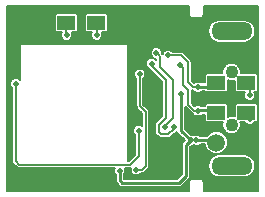
<source format=gtl>
G04 #@! TF.FileFunction,Copper,L1,Top,Signal*
%FSLAX46Y46*%
G04 Gerber Fmt 4.6, Leading zero omitted, Abs format (unit mm)*
G04 Created by KiCad (PCBNEW 4.0.2+dfsg1-stable) date Do 15 Jun 2017 09:10:39 CEST*
%MOMM*%
G01*
G04 APERTURE LIST*
%ADD10C,0.150000*%
%ADD11C,1.500000*%
%ADD12O,3.500120X1.501140*%
%ADD13C,1.099820*%
%ADD14R,1.500000X1.200000*%
%ADD15C,0.500000*%
%ADD16C,0.254000*%
G04 APERTURE END LIST*
D10*
D11*
X5700000Y-3753500D03*
D12*
X6999600Y5683770D03*
X6999600Y-5715750D03*
D13*
X6999600Y-2266430D03*
X6999600Y2234450D03*
D14*
X8240000Y1326500D03*
X8240000Y-1213500D03*
X5700000Y1326500D03*
X5700000Y-1213500D03*
X5700000Y3866500D03*
X-9540000Y6406500D03*
X-7000000Y6406500D03*
X-4460000Y6406500D03*
D15*
X2025000Y-6353500D03*
X-2775000Y7546500D03*
X-6875000Y-7053500D03*
X325000Y-3553500D03*
X4125000Y3446500D03*
X2125000Y6746500D03*
X425000Y1846500D03*
X725000Y-153500D03*
X3525000Y-3553500D03*
X2725000Y346500D03*
X-2475000Y-6153500D03*
X4025000Y-3553500D03*
X8525000Y246500D03*
X8525000Y-1753500D03*
X1625000Y3646500D03*
X4125000Y946500D03*
X2625000Y2846500D03*
X4125000Y-1053500D03*
X-775000Y2046500D03*
X-1075000Y-6053500D03*
X-6975000Y5346500D03*
X-4425000Y5346500D03*
X625000Y3846500D03*
X1325000Y-2453500D03*
X2125000Y-2453500D03*
X225000Y2946500D03*
X-11275000Y1246500D03*
X-875000Y-2753500D03*
D10*
X-9540000Y6406500D02*
X-9540000Y7331500D01*
X-9540000Y7331500D02*
X-9225000Y7646500D01*
D16*
X675000Y-3903500D02*
X325000Y-3553500D01*
X675000Y-5003500D02*
X675000Y-3903500D01*
X2025000Y-6353500D02*
X675000Y-5003500D01*
X-9225000Y7646500D02*
X-2875000Y7646500D01*
X-2875000Y7646500D02*
X-2775000Y7546500D01*
X225000Y6746500D02*
X-1975000Y6746500D01*
X-1975000Y6746500D02*
X-2775000Y7546500D01*
X425000Y1846500D02*
X325000Y1846500D01*
X325000Y1846500D02*
X-675000Y2846500D01*
X25000Y6746500D02*
X225000Y6746500D01*
X225000Y6746500D02*
X2125000Y6746500D01*
X-675000Y6046500D02*
X25000Y6746500D01*
X-675000Y2846500D02*
X-675000Y6046500D01*
X325000Y-3553500D02*
X325000Y-553500D01*
X325000Y-553500D02*
X425000Y-453500D01*
X425000Y-453500D02*
X425000Y1846500D01*
X325000Y-3553500D02*
X325000Y-3653500D01*
X5175000Y3484130D02*
X4162630Y3484130D01*
X4162630Y3484130D02*
X4125000Y3446500D01*
D10*
X1575000Y6196500D02*
X2125000Y6746500D01*
X3525000Y-3553500D02*
X4025000Y-3553500D01*
D16*
X2725000Y346500D02*
X2725000Y-2753500D01*
X2725000Y-2753500D02*
X3525000Y-3553500D01*
X3125000Y-3953500D02*
X3525000Y-3553500D01*
X-2475000Y-6153500D02*
X-2475000Y-6953500D01*
X-2475000Y-6953500D02*
X-2275000Y-7153500D01*
X-2275000Y-7153500D02*
X2525000Y-7153500D01*
X2525000Y-7153500D02*
X3125000Y-6553500D01*
X3125000Y-6553500D02*
X3125000Y-3953500D01*
X5175000Y-3516110D02*
X4062390Y-3516110D01*
X4062390Y-3516110D02*
X4025000Y-3553500D01*
D10*
X8525000Y246500D02*
X8525000Y946500D01*
X8525000Y-1753500D02*
X8525000Y-1053500D01*
X4125000Y946500D02*
X3725000Y946500D01*
X2725000Y3646500D02*
X1625000Y3646500D01*
X3325000Y3046500D02*
X2725000Y3646500D01*
X3325000Y1346500D02*
X3325000Y3046500D01*
X3725000Y946500D02*
X3325000Y1346500D01*
D16*
X5175000Y1000010D02*
X4178510Y1000010D01*
X4178510Y1000010D02*
X4125000Y946500D01*
D10*
X4125000Y-1053500D02*
X3825000Y-1053500D01*
X2925000Y2546500D02*
X2625000Y2846500D01*
X2925000Y1146500D02*
X2925000Y2546500D01*
X3325000Y746500D02*
X2925000Y1146500D01*
X3325000Y-553500D02*
X3325000Y746500D01*
X3825000Y-1053500D02*
X3325000Y-553500D01*
D16*
X5175000Y-1016750D02*
X4161750Y-1016750D01*
X4161750Y-1016750D02*
X4125000Y-1053500D01*
D10*
X-1075000Y-6053500D02*
X-575000Y-6053500D01*
X-275000Y-5753500D02*
X-275000Y-3153500D01*
X-575000Y-6053500D02*
X-275000Y-5753500D01*
X-275000Y-3153500D02*
X-275000Y-1153500D01*
X-775000Y-653500D02*
X-275000Y-1153500D01*
X-775000Y2046500D02*
X-775000Y-653500D01*
X-7000000Y5371500D02*
X-7000000Y6406500D01*
X-6975000Y5346500D02*
X-7000000Y5371500D01*
X-4425000Y6371500D02*
X-4425000Y5346500D01*
X-4425000Y6371500D02*
X-4460000Y6406500D01*
X1325000Y-2453500D02*
X1325000Y-2353500D01*
X1325000Y2246500D02*
X925000Y2646500D01*
X925000Y2646500D02*
X925000Y3546500D01*
X925000Y3546500D02*
X625000Y3846500D01*
X2025000Y1546500D02*
X1325000Y2246500D01*
X2025000Y-1653500D02*
X2025000Y1546500D01*
X1325000Y-2353500D02*
X2025000Y-1653500D01*
X825000Y-2853500D02*
X825000Y-2253500D01*
X2125000Y-2553500D02*
X1625000Y-3053500D01*
X1625000Y-3053500D02*
X1025000Y-3053500D01*
X1025000Y-3053500D02*
X825000Y-2853500D01*
X2125000Y-2453500D02*
X2125000Y-2553500D01*
X925000Y-2153500D02*
X1424998Y-1653502D01*
X1424998Y-1653502D02*
X1424998Y1546502D01*
X1424998Y1546502D02*
X225000Y2746500D01*
X225000Y2746500D02*
X225000Y2946500D01*
X825000Y-2253500D02*
X925000Y-2153500D01*
X-3175000Y-5603500D02*
X-10975000Y-5603500D01*
X-10975000Y-5603500D02*
X-11275000Y-5303500D01*
X-875000Y-4903500D02*
X-875000Y-2753500D01*
X-1575000Y-5603500D02*
X-875000Y-4903500D01*
X-3175000Y-5603500D02*
X-1575000Y-5603500D01*
X-11275000Y-5303500D02*
X-11275000Y1246500D01*
G36*
X3375470Y7096500D02*
X3396367Y6991442D01*
X3455878Y6902378D01*
X3544942Y6842867D01*
X3650000Y6821970D01*
X4350000Y6821970D01*
X4455058Y6842867D01*
X4544122Y6902378D01*
X4603633Y6991442D01*
X4624530Y7096500D01*
X4624530Y7846970D01*
X9225070Y7846970D01*
X9225070Y-7878970D01*
X4624530Y-7878970D01*
X4624530Y-7103500D01*
X4603633Y-6998442D01*
X4544122Y-6909378D01*
X4455058Y-6849867D01*
X4350000Y-6828970D01*
X3650000Y-6828970D01*
X3544942Y-6849867D01*
X3455878Y-6909378D01*
X3396367Y-6998442D01*
X3375470Y-7103500D01*
X3375470Y-7878970D01*
X-12000470Y-7878970D01*
X-12000470Y1152431D01*
X-11750082Y1152431D01*
X-11677920Y977786D01*
X-11575000Y874686D01*
X-11575000Y-5303500D01*
X-11552164Y-5418305D01*
X-11487132Y-5515632D01*
X-11187132Y-5815632D01*
X-11089805Y-5880664D01*
X-10975000Y-5903500D01*
X-2885514Y-5903500D01*
X-2949918Y-6058602D01*
X-2950082Y-6247569D01*
X-2877920Y-6422214D01*
X-2827000Y-6473223D01*
X-2827000Y-6953495D01*
X-2827001Y-6953500D01*
X-2800206Y-7088205D01*
X-2723902Y-7202402D01*
X-2523904Y-7402399D01*
X-2523902Y-7402402D01*
X-2409705Y-7478706D01*
X-2387356Y-7483152D01*
X-2275000Y-7505501D01*
X-2274995Y-7505500D01*
X2524995Y-7505500D01*
X2525000Y-7505501D01*
X2659705Y-7478706D01*
X2773902Y-7402402D01*
X3373899Y-6802404D01*
X3373902Y-6802402D01*
X3450206Y-6688205D01*
X3477000Y-6553500D01*
X3477000Y-5715750D01*
X4985846Y-5715750D01*
X5060107Y-6089084D01*
X5271584Y-6405582D01*
X5588082Y-6617059D01*
X5961416Y-6691320D01*
X8037784Y-6691320D01*
X8411118Y-6617059D01*
X8727616Y-6405582D01*
X8939093Y-6089084D01*
X9013354Y-5715750D01*
X8939093Y-5342416D01*
X8727616Y-5025918D01*
X8411118Y-4814441D01*
X8037784Y-4740180D01*
X5961416Y-4740180D01*
X5588082Y-4814441D01*
X5271584Y-5025918D01*
X5060107Y-5342416D01*
X4985846Y-5715750D01*
X3477000Y-5715750D01*
X3477000Y-4099304D01*
X3547783Y-4028520D01*
X3619069Y-4028582D01*
X3775168Y-3964083D01*
X3930102Y-4028418D01*
X4119069Y-4028582D01*
X4293714Y-3956420D01*
X4382179Y-3868110D01*
X4724900Y-3868110D01*
X4724831Y-3946589D01*
X4872954Y-4305071D01*
X5146986Y-4579582D01*
X5505210Y-4728330D01*
X5893089Y-4728669D01*
X6251571Y-4580546D01*
X6526082Y-4306514D01*
X6674830Y-3948290D01*
X6675169Y-3560411D01*
X6527046Y-3201929D01*
X6253014Y-2927418D01*
X5894790Y-2778670D01*
X5506911Y-2778331D01*
X5148429Y-2926454D01*
X4910358Y-3164110D01*
X4307455Y-3164110D01*
X4294417Y-3151049D01*
X4119898Y-3078582D01*
X3930931Y-3078418D01*
X3774832Y-3142917D01*
X3619898Y-3078582D01*
X3547823Y-3078519D01*
X3077000Y-2607696D01*
X3077000Y-711952D01*
X3112868Y-765632D01*
X3612868Y-1265632D01*
X3710195Y-1330664D01*
X3735550Y-1335707D01*
X3855583Y-1455951D01*
X4030102Y-1528418D01*
X4219069Y-1528582D01*
X4393714Y-1456420D01*
X4481538Y-1368750D01*
X4720592Y-1368750D01*
X4720592Y-1813500D01*
X4736281Y-1896880D01*
X4785559Y-1973460D01*
X4860747Y-2024834D01*
X4950000Y-2042908D01*
X6253355Y-2042908D01*
X6224825Y-2111615D01*
X6224556Y-2419893D01*
X6342281Y-2704808D01*
X6560076Y-2922983D01*
X6844785Y-3041205D01*
X7153063Y-3041474D01*
X7437978Y-2923749D01*
X7656153Y-2705954D01*
X7774375Y-2421245D01*
X7774644Y-2112967D01*
X7745696Y-2042908D01*
X8142738Y-2042908D01*
X8255583Y-2155951D01*
X8430102Y-2228418D01*
X8619069Y-2228582D01*
X8793714Y-2156420D01*
X8907425Y-2042908D01*
X8990000Y-2042908D01*
X9073380Y-2027219D01*
X9149960Y-1977941D01*
X9201334Y-1902753D01*
X9219408Y-1813500D01*
X9219408Y-613500D01*
X9203719Y-530120D01*
X9154441Y-453540D01*
X9079253Y-402166D01*
X8990000Y-384092D01*
X7490000Y-384092D01*
X7406620Y-399781D01*
X7330040Y-449059D01*
X7278666Y-524247D01*
X7260592Y-613500D01*
X7260592Y-1535744D01*
X7154415Y-1491655D01*
X6846137Y-1491386D01*
X6679408Y-1560277D01*
X6679408Y-613500D01*
X6663719Y-530120D01*
X6614441Y-453540D01*
X6539253Y-402166D01*
X6450000Y-384092D01*
X4950000Y-384092D01*
X4866620Y-399781D01*
X4790040Y-449059D01*
X4738666Y-524247D01*
X4720592Y-613500D01*
X4720592Y-664750D01*
X4408094Y-664750D01*
X4394417Y-651049D01*
X4219898Y-578582D01*
X4030931Y-578418D01*
X3856286Y-650580D01*
X3851311Y-655547D01*
X3625000Y-429236D01*
X3625000Y666391D01*
X3725000Y646500D01*
X3753311Y646500D01*
X3855583Y544049D01*
X4030102Y471582D01*
X4219069Y471418D01*
X4393714Y543580D01*
X4498327Y648010D01*
X4735361Y648010D01*
X4736281Y643120D01*
X4785559Y566540D01*
X4860747Y515166D01*
X4950000Y497092D01*
X6450000Y497092D01*
X6533380Y512781D01*
X6609960Y562059D01*
X6661334Y637247D01*
X6679408Y726500D01*
X6679408Y1528346D01*
X6844785Y1459675D01*
X7153063Y1459406D01*
X7260592Y1503836D01*
X7260592Y726500D01*
X7276281Y643120D01*
X7325559Y566540D01*
X7400747Y515166D01*
X7490000Y497092D01*
X8114732Y497092D01*
X8050082Y341398D01*
X8049918Y152431D01*
X8122080Y-22214D01*
X8255583Y-155951D01*
X8430102Y-228418D01*
X8619069Y-228582D01*
X8793714Y-156420D01*
X8927451Y-22917D01*
X8999918Y151602D01*
X9000082Y340569D01*
X8935408Y497092D01*
X8990000Y497092D01*
X9073380Y512781D01*
X9149960Y562059D01*
X9201334Y637247D01*
X9219408Y726500D01*
X9219408Y1926500D01*
X9203719Y2009880D01*
X9154441Y2086460D01*
X9079253Y2137834D01*
X8990000Y2155908D01*
X7774442Y2155908D01*
X7774644Y2387913D01*
X7656919Y2672828D01*
X7439124Y2891003D01*
X7154415Y3009225D01*
X6846137Y3009494D01*
X6561222Y2891769D01*
X6343047Y2673974D01*
X6224825Y2389265D01*
X6224621Y2155908D01*
X4950000Y2155908D01*
X4866620Y2140219D01*
X4790040Y2090941D01*
X4738666Y2015753D01*
X4720592Y1926500D01*
X4720592Y1352010D01*
X4387050Y1352010D01*
X4219898Y1421418D01*
X4030931Y1421582D01*
X3856286Y1349420D01*
X3801267Y1294497D01*
X3625000Y1470764D01*
X3625000Y3046500D01*
X3602164Y3161305D01*
X3537132Y3258632D01*
X2937132Y3858632D01*
X2839805Y3923664D01*
X2725000Y3946500D01*
X1996689Y3946500D01*
X1894417Y4048951D01*
X1719898Y4121418D01*
X1530931Y4121582D01*
X1356286Y4049420D01*
X1222549Y3915917D01*
X1150082Y3741398D01*
X1150080Y3739254D01*
X1137132Y3758632D01*
X1099956Y3795808D01*
X1100082Y3940569D01*
X1027920Y4115214D01*
X894417Y4248951D01*
X719898Y4321418D01*
X530931Y4321582D01*
X356286Y4249420D01*
X222549Y4115917D01*
X150082Y3941398D01*
X149918Y3752431D01*
X222080Y3577786D01*
X355583Y3444049D01*
X530102Y3371582D01*
X625000Y3371500D01*
X625000Y3218139D01*
X494417Y3348951D01*
X319898Y3421418D01*
X130931Y3421582D01*
X-43714Y3349420D01*
X-177451Y3215917D01*
X-249918Y3041398D01*
X-250082Y2852431D01*
X-177920Y2677786D01*
X-44417Y2544049D01*
X36991Y2510245D01*
X1124998Y1422238D01*
X1124998Y-1529238D01*
X612868Y-2041368D01*
X547836Y-2138695D01*
X525000Y-2253500D01*
X525000Y-2853500D01*
X547836Y-2968305D01*
X612868Y-3065632D01*
X812868Y-3265632D01*
X910195Y-3330664D01*
X1025000Y-3353500D01*
X1625000Y-3353500D01*
X1739805Y-3330664D01*
X1837132Y-3265632D01*
X2174221Y-2928543D01*
X2219069Y-2928582D01*
X2393490Y-2856513D01*
X2399794Y-2888205D01*
X2476098Y-3002402D01*
X3027197Y-3553500D01*
X2876098Y-3704598D01*
X2799794Y-3818795D01*
X2772999Y-3953500D01*
X2773000Y-3953505D01*
X2773000Y-6407697D01*
X2379196Y-6801500D01*
X-2123000Y-6801500D01*
X-2123000Y-6473280D01*
X-2072549Y-6422917D01*
X-2000082Y-6248398D01*
X-1999918Y-6059431D01*
X-2064348Y-5903500D01*
X-1575000Y-5903500D01*
X-1522719Y-5893101D01*
X-1549918Y-5958602D01*
X-1550082Y-6147569D01*
X-1477920Y-6322214D01*
X-1344417Y-6455951D01*
X-1169898Y-6528418D01*
X-980931Y-6528582D01*
X-806286Y-6456420D01*
X-703186Y-6353500D01*
X-575000Y-6353500D01*
X-460195Y-6330664D01*
X-362868Y-6265632D01*
X-62868Y-5965632D01*
X2164Y-5868305D01*
X25000Y-5753500D01*
X25000Y-1153500D01*
X2164Y-1038695D01*
X-62868Y-941368D01*
X-475000Y-529236D01*
X-475000Y1674811D01*
X-372549Y1777083D01*
X-300082Y1951602D01*
X-299918Y2140569D01*
X-372080Y2315214D01*
X-505583Y2448951D01*
X-680102Y2521418D01*
X-869069Y2521582D01*
X-1043714Y2449420D01*
X-1177451Y2315917D01*
X-1249918Y2141398D01*
X-1250082Y1952431D01*
X-1177920Y1777786D01*
X-1075000Y1674686D01*
X-1075000Y-653500D01*
X-1052164Y-768305D01*
X-987132Y-865632D01*
X-575000Y-1277764D01*
X-575000Y-2381686D01*
X-605583Y-2351049D01*
X-780102Y-2278582D01*
X-969069Y-2278418D01*
X-1143714Y-2350580D01*
X-1277451Y-2484083D01*
X-1349918Y-2658602D01*
X-1350082Y-2847569D01*
X-1277920Y-3022214D01*
X-1175000Y-3125314D01*
X-1175000Y-4779236D01*
X-1699264Y-5303500D01*
X-1800000Y-5303500D01*
X-1800000Y4546500D01*
X-1805129Y4573759D01*
X-1821239Y4598795D01*
X-1845821Y4615591D01*
X-1875000Y4621500D01*
X-10875000Y4621500D01*
X-10902259Y4616371D01*
X-10927295Y4600261D01*
X-10944091Y4575679D01*
X-10950000Y4546500D01*
X-10950000Y1593271D01*
X-11005583Y1648951D01*
X-11180102Y1721418D01*
X-11369069Y1721582D01*
X-11543714Y1649420D01*
X-11677451Y1515917D01*
X-11749918Y1341398D01*
X-11750082Y1152431D01*
X-12000470Y1152431D01*
X-12000470Y7006500D01*
X-7979408Y7006500D01*
X-7979408Y5806500D01*
X-7963719Y5723120D01*
X-7914441Y5646540D01*
X-7839253Y5595166D01*
X-7750000Y5577092D01*
X-7393573Y5577092D01*
X-7449918Y5441398D01*
X-7450082Y5252431D01*
X-7377920Y5077786D01*
X-7244417Y4944049D01*
X-7069898Y4871582D01*
X-6880931Y4871418D01*
X-6706286Y4943580D01*
X-6572549Y5077083D01*
X-6500082Y5251602D01*
X-6499918Y5440569D01*
X-6556328Y5577092D01*
X-6250000Y5577092D01*
X-6166620Y5592781D01*
X-6090040Y5642059D01*
X-6038666Y5717247D01*
X-6020592Y5806500D01*
X-6020592Y7006500D01*
X-5439408Y7006500D01*
X-5439408Y5806500D01*
X-5423719Y5723120D01*
X-5374441Y5646540D01*
X-5299253Y5595166D01*
X-5210000Y5577092D01*
X-4843573Y5577092D01*
X-4899918Y5441398D01*
X-4900082Y5252431D01*
X-4827920Y5077786D01*
X-4694417Y4944049D01*
X-4519898Y4871582D01*
X-4330931Y4871418D01*
X-4156286Y4943580D01*
X-4022549Y5077083D01*
X-3950082Y5251602D01*
X-3949918Y5440569D01*
X-4006328Y5577092D01*
X-3710000Y5577092D01*
X-3626620Y5592781D01*
X-3550040Y5642059D01*
X-3521540Y5683770D01*
X4985846Y5683770D01*
X5060107Y5310436D01*
X5271584Y4993938D01*
X5588082Y4782461D01*
X5961416Y4708200D01*
X8037784Y4708200D01*
X8411118Y4782461D01*
X8727616Y4993938D01*
X8939093Y5310436D01*
X9013354Y5683770D01*
X8939093Y6057104D01*
X8727616Y6373602D01*
X8411118Y6585079D01*
X8037784Y6659340D01*
X5961416Y6659340D01*
X5588082Y6585079D01*
X5271584Y6373602D01*
X5060107Y6057104D01*
X4985846Y5683770D01*
X-3521540Y5683770D01*
X-3498666Y5717247D01*
X-3480592Y5806500D01*
X-3480592Y7006500D01*
X-3496281Y7089880D01*
X-3545559Y7166460D01*
X-3620747Y7217834D01*
X-3710000Y7235908D01*
X-5210000Y7235908D01*
X-5293380Y7220219D01*
X-5369960Y7170941D01*
X-5421334Y7095753D01*
X-5439408Y7006500D01*
X-6020592Y7006500D01*
X-6036281Y7089880D01*
X-6085559Y7166460D01*
X-6160747Y7217834D01*
X-6250000Y7235908D01*
X-7750000Y7235908D01*
X-7833380Y7220219D01*
X-7909960Y7170941D01*
X-7961334Y7095753D01*
X-7979408Y7006500D01*
X-12000470Y7006500D01*
X-12000470Y7846970D01*
X3375470Y7846970D01*
X3375470Y7096500D01*
X3375470Y7096500D01*
G37*
X3375470Y7096500D02*
X3396367Y6991442D01*
X3455878Y6902378D01*
X3544942Y6842867D01*
X3650000Y6821970D01*
X4350000Y6821970D01*
X4455058Y6842867D01*
X4544122Y6902378D01*
X4603633Y6991442D01*
X4624530Y7096500D01*
X4624530Y7846970D01*
X9225070Y7846970D01*
X9225070Y-7878970D01*
X4624530Y-7878970D01*
X4624530Y-7103500D01*
X4603633Y-6998442D01*
X4544122Y-6909378D01*
X4455058Y-6849867D01*
X4350000Y-6828970D01*
X3650000Y-6828970D01*
X3544942Y-6849867D01*
X3455878Y-6909378D01*
X3396367Y-6998442D01*
X3375470Y-7103500D01*
X3375470Y-7878970D01*
X-12000470Y-7878970D01*
X-12000470Y1152431D01*
X-11750082Y1152431D01*
X-11677920Y977786D01*
X-11575000Y874686D01*
X-11575000Y-5303500D01*
X-11552164Y-5418305D01*
X-11487132Y-5515632D01*
X-11187132Y-5815632D01*
X-11089805Y-5880664D01*
X-10975000Y-5903500D01*
X-2885514Y-5903500D01*
X-2949918Y-6058602D01*
X-2950082Y-6247569D01*
X-2877920Y-6422214D01*
X-2827000Y-6473223D01*
X-2827000Y-6953495D01*
X-2827001Y-6953500D01*
X-2800206Y-7088205D01*
X-2723902Y-7202402D01*
X-2523904Y-7402399D01*
X-2523902Y-7402402D01*
X-2409705Y-7478706D01*
X-2387356Y-7483152D01*
X-2275000Y-7505501D01*
X-2274995Y-7505500D01*
X2524995Y-7505500D01*
X2525000Y-7505501D01*
X2659705Y-7478706D01*
X2773902Y-7402402D01*
X3373899Y-6802404D01*
X3373902Y-6802402D01*
X3450206Y-6688205D01*
X3477000Y-6553500D01*
X3477000Y-5715750D01*
X4985846Y-5715750D01*
X5060107Y-6089084D01*
X5271584Y-6405582D01*
X5588082Y-6617059D01*
X5961416Y-6691320D01*
X8037784Y-6691320D01*
X8411118Y-6617059D01*
X8727616Y-6405582D01*
X8939093Y-6089084D01*
X9013354Y-5715750D01*
X8939093Y-5342416D01*
X8727616Y-5025918D01*
X8411118Y-4814441D01*
X8037784Y-4740180D01*
X5961416Y-4740180D01*
X5588082Y-4814441D01*
X5271584Y-5025918D01*
X5060107Y-5342416D01*
X4985846Y-5715750D01*
X3477000Y-5715750D01*
X3477000Y-4099304D01*
X3547783Y-4028520D01*
X3619069Y-4028582D01*
X3775168Y-3964083D01*
X3930102Y-4028418D01*
X4119069Y-4028582D01*
X4293714Y-3956420D01*
X4382179Y-3868110D01*
X4724900Y-3868110D01*
X4724831Y-3946589D01*
X4872954Y-4305071D01*
X5146986Y-4579582D01*
X5505210Y-4728330D01*
X5893089Y-4728669D01*
X6251571Y-4580546D01*
X6526082Y-4306514D01*
X6674830Y-3948290D01*
X6675169Y-3560411D01*
X6527046Y-3201929D01*
X6253014Y-2927418D01*
X5894790Y-2778670D01*
X5506911Y-2778331D01*
X5148429Y-2926454D01*
X4910358Y-3164110D01*
X4307455Y-3164110D01*
X4294417Y-3151049D01*
X4119898Y-3078582D01*
X3930931Y-3078418D01*
X3774832Y-3142917D01*
X3619898Y-3078582D01*
X3547823Y-3078519D01*
X3077000Y-2607696D01*
X3077000Y-711952D01*
X3112868Y-765632D01*
X3612868Y-1265632D01*
X3710195Y-1330664D01*
X3735550Y-1335707D01*
X3855583Y-1455951D01*
X4030102Y-1528418D01*
X4219069Y-1528582D01*
X4393714Y-1456420D01*
X4481538Y-1368750D01*
X4720592Y-1368750D01*
X4720592Y-1813500D01*
X4736281Y-1896880D01*
X4785559Y-1973460D01*
X4860747Y-2024834D01*
X4950000Y-2042908D01*
X6253355Y-2042908D01*
X6224825Y-2111615D01*
X6224556Y-2419893D01*
X6342281Y-2704808D01*
X6560076Y-2922983D01*
X6844785Y-3041205D01*
X7153063Y-3041474D01*
X7437978Y-2923749D01*
X7656153Y-2705954D01*
X7774375Y-2421245D01*
X7774644Y-2112967D01*
X7745696Y-2042908D01*
X8142738Y-2042908D01*
X8255583Y-2155951D01*
X8430102Y-2228418D01*
X8619069Y-2228582D01*
X8793714Y-2156420D01*
X8907425Y-2042908D01*
X8990000Y-2042908D01*
X9073380Y-2027219D01*
X9149960Y-1977941D01*
X9201334Y-1902753D01*
X9219408Y-1813500D01*
X9219408Y-613500D01*
X9203719Y-530120D01*
X9154441Y-453540D01*
X9079253Y-402166D01*
X8990000Y-384092D01*
X7490000Y-384092D01*
X7406620Y-399781D01*
X7330040Y-449059D01*
X7278666Y-524247D01*
X7260592Y-613500D01*
X7260592Y-1535744D01*
X7154415Y-1491655D01*
X6846137Y-1491386D01*
X6679408Y-1560277D01*
X6679408Y-613500D01*
X6663719Y-530120D01*
X6614441Y-453540D01*
X6539253Y-402166D01*
X6450000Y-384092D01*
X4950000Y-384092D01*
X4866620Y-399781D01*
X4790040Y-449059D01*
X4738666Y-524247D01*
X4720592Y-613500D01*
X4720592Y-664750D01*
X4408094Y-664750D01*
X4394417Y-651049D01*
X4219898Y-578582D01*
X4030931Y-578418D01*
X3856286Y-650580D01*
X3851311Y-655547D01*
X3625000Y-429236D01*
X3625000Y666391D01*
X3725000Y646500D01*
X3753311Y646500D01*
X3855583Y544049D01*
X4030102Y471582D01*
X4219069Y471418D01*
X4393714Y543580D01*
X4498327Y648010D01*
X4735361Y648010D01*
X4736281Y643120D01*
X4785559Y566540D01*
X4860747Y515166D01*
X4950000Y497092D01*
X6450000Y497092D01*
X6533380Y512781D01*
X6609960Y562059D01*
X6661334Y637247D01*
X6679408Y726500D01*
X6679408Y1528346D01*
X6844785Y1459675D01*
X7153063Y1459406D01*
X7260592Y1503836D01*
X7260592Y726500D01*
X7276281Y643120D01*
X7325559Y566540D01*
X7400747Y515166D01*
X7490000Y497092D01*
X8114732Y497092D01*
X8050082Y341398D01*
X8049918Y152431D01*
X8122080Y-22214D01*
X8255583Y-155951D01*
X8430102Y-228418D01*
X8619069Y-228582D01*
X8793714Y-156420D01*
X8927451Y-22917D01*
X8999918Y151602D01*
X9000082Y340569D01*
X8935408Y497092D01*
X8990000Y497092D01*
X9073380Y512781D01*
X9149960Y562059D01*
X9201334Y637247D01*
X9219408Y726500D01*
X9219408Y1926500D01*
X9203719Y2009880D01*
X9154441Y2086460D01*
X9079253Y2137834D01*
X8990000Y2155908D01*
X7774442Y2155908D01*
X7774644Y2387913D01*
X7656919Y2672828D01*
X7439124Y2891003D01*
X7154415Y3009225D01*
X6846137Y3009494D01*
X6561222Y2891769D01*
X6343047Y2673974D01*
X6224825Y2389265D01*
X6224621Y2155908D01*
X4950000Y2155908D01*
X4866620Y2140219D01*
X4790040Y2090941D01*
X4738666Y2015753D01*
X4720592Y1926500D01*
X4720592Y1352010D01*
X4387050Y1352010D01*
X4219898Y1421418D01*
X4030931Y1421582D01*
X3856286Y1349420D01*
X3801267Y1294497D01*
X3625000Y1470764D01*
X3625000Y3046500D01*
X3602164Y3161305D01*
X3537132Y3258632D01*
X2937132Y3858632D01*
X2839805Y3923664D01*
X2725000Y3946500D01*
X1996689Y3946500D01*
X1894417Y4048951D01*
X1719898Y4121418D01*
X1530931Y4121582D01*
X1356286Y4049420D01*
X1222549Y3915917D01*
X1150082Y3741398D01*
X1150080Y3739254D01*
X1137132Y3758632D01*
X1099956Y3795808D01*
X1100082Y3940569D01*
X1027920Y4115214D01*
X894417Y4248951D01*
X719898Y4321418D01*
X530931Y4321582D01*
X356286Y4249420D01*
X222549Y4115917D01*
X150082Y3941398D01*
X149918Y3752431D01*
X222080Y3577786D01*
X355583Y3444049D01*
X530102Y3371582D01*
X625000Y3371500D01*
X625000Y3218139D01*
X494417Y3348951D01*
X319898Y3421418D01*
X130931Y3421582D01*
X-43714Y3349420D01*
X-177451Y3215917D01*
X-249918Y3041398D01*
X-250082Y2852431D01*
X-177920Y2677786D01*
X-44417Y2544049D01*
X36991Y2510245D01*
X1124998Y1422238D01*
X1124998Y-1529238D01*
X612868Y-2041368D01*
X547836Y-2138695D01*
X525000Y-2253500D01*
X525000Y-2853500D01*
X547836Y-2968305D01*
X612868Y-3065632D01*
X812868Y-3265632D01*
X910195Y-3330664D01*
X1025000Y-3353500D01*
X1625000Y-3353500D01*
X1739805Y-3330664D01*
X1837132Y-3265632D01*
X2174221Y-2928543D01*
X2219069Y-2928582D01*
X2393490Y-2856513D01*
X2399794Y-2888205D01*
X2476098Y-3002402D01*
X3027197Y-3553500D01*
X2876098Y-3704598D01*
X2799794Y-3818795D01*
X2772999Y-3953500D01*
X2773000Y-3953505D01*
X2773000Y-6407697D01*
X2379196Y-6801500D01*
X-2123000Y-6801500D01*
X-2123000Y-6473280D01*
X-2072549Y-6422917D01*
X-2000082Y-6248398D01*
X-1999918Y-6059431D01*
X-2064348Y-5903500D01*
X-1575000Y-5903500D01*
X-1522719Y-5893101D01*
X-1549918Y-5958602D01*
X-1550082Y-6147569D01*
X-1477920Y-6322214D01*
X-1344417Y-6455951D01*
X-1169898Y-6528418D01*
X-980931Y-6528582D01*
X-806286Y-6456420D01*
X-703186Y-6353500D01*
X-575000Y-6353500D01*
X-460195Y-6330664D01*
X-362868Y-6265632D01*
X-62868Y-5965632D01*
X2164Y-5868305D01*
X25000Y-5753500D01*
X25000Y-1153500D01*
X2164Y-1038695D01*
X-62868Y-941368D01*
X-475000Y-529236D01*
X-475000Y1674811D01*
X-372549Y1777083D01*
X-300082Y1951602D01*
X-299918Y2140569D01*
X-372080Y2315214D01*
X-505583Y2448951D01*
X-680102Y2521418D01*
X-869069Y2521582D01*
X-1043714Y2449420D01*
X-1177451Y2315917D01*
X-1249918Y2141398D01*
X-1250082Y1952431D01*
X-1177920Y1777786D01*
X-1075000Y1674686D01*
X-1075000Y-653500D01*
X-1052164Y-768305D01*
X-987132Y-865632D01*
X-575000Y-1277764D01*
X-575000Y-2381686D01*
X-605583Y-2351049D01*
X-780102Y-2278582D01*
X-969069Y-2278418D01*
X-1143714Y-2350580D01*
X-1277451Y-2484083D01*
X-1349918Y-2658602D01*
X-1350082Y-2847569D01*
X-1277920Y-3022214D01*
X-1175000Y-3125314D01*
X-1175000Y-4779236D01*
X-1699264Y-5303500D01*
X-1800000Y-5303500D01*
X-1800000Y4546500D01*
X-1805129Y4573759D01*
X-1821239Y4598795D01*
X-1845821Y4615591D01*
X-1875000Y4621500D01*
X-10875000Y4621500D01*
X-10902259Y4616371D01*
X-10927295Y4600261D01*
X-10944091Y4575679D01*
X-10950000Y4546500D01*
X-10950000Y1593271D01*
X-11005583Y1648951D01*
X-11180102Y1721418D01*
X-11369069Y1721582D01*
X-11543714Y1649420D01*
X-11677451Y1515917D01*
X-11749918Y1341398D01*
X-11750082Y1152431D01*
X-12000470Y1152431D01*
X-12000470Y7006500D01*
X-7979408Y7006500D01*
X-7979408Y5806500D01*
X-7963719Y5723120D01*
X-7914441Y5646540D01*
X-7839253Y5595166D01*
X-7750000Y5577092D01*
X-7393573Y5577092D01*
X-7449918Y5441398D01*
X-7450082Y5252431D01*
X-7377920Y5077786D01*
X-7244417Y4944049D01*
X-7069898Y4871582D01*
X-6880931Y4871418D01*
X-6706286Y4943580D01*
X-6572549Y5077083D01*
X-6500082Y5251602D01*
X-6499918Y5440569D01*
X-6556328Y5577092D01*
X-6250000Y5577092D01*
X-6166620Y5592781D01*
X-6090040Y5642059D01*
X-6038666Y5717247D01*
X-6020592Y5806500D01*
X-6020592Y7006500D01*
X-5439408Y7006500D01*
X-5439408Y5806500D01*
X-5423719Y5723120D01*
X-5374441Y5646540D01*
X-5299253Y5595166D01*
X-5210000Y5577092D01*
X-4843573Y5577092D01*
X-4899918Y5441398D01*
X-4900082Y5252431D01*
X-4827920Y5077786D01*
X-4694417Y4944049D01*
X-4519898Y4871582D01*
X-4330931Y4871418D01*
X-4156286Y4943580D01*
X-4022549Y5077083D01*
X-3950082Y5251602D01*
X-3949918Y5440569D01*
X-4006328Y5577092D01*
X-3710000Y5577092D01*
X-3626620Y5592781D01*
X-3550040Y5642059D01*
X-3521540Y5683770D01*
X4985846Y5683770D01*
X5060107Y5310436D01*
X5271584Y4993938D01*
X5588082Y4782461D01*
X5961416Y4708200D01*
X8037784Y4708200D01*
X8411118Y4782461D01*
X8727616Y4993938D01*
X8939093Y5310436D01*
X9013354Y5683770D01*
X8939093Y6057104D01*
X8727616Y6373602D01*
X8411118Y6585079D01*
X8037784Y6659340D01*
X5961416Y6659340D01*
X5588082Y6585079D01*
X5271584Y6373602D01*
X5060107Y6057104D01*
X4985846Y5683770D01*
X-3521540Y5683770D01*
X-3498666Y5717247D01*
X-3480592Y5806500D01*
X-3480592Y7006500D01*
X-3496281Y7089880D01*
X-3545559Y7166460D01*
X-3620747Y7217834D01*
X-3710000Y7235908D01*
X-5210000Y7235908D01*
X-5293380Y7220219D01*
X-5369960Y7170941D01*
X-5421334Y7095753D01*
X-5439408Y7006500D01*
X-6020592Y7006500D01*
X-6036281Y7089880D01*
X-6085559Y7166460D01*
X-6160747Y7217834D01*
X-6250000Y7235908D01*
X-7750000Y7235908D01*
X-7833380Y7220219D01*
X-7909960Y7170941D01*
X-7961334Y7095753D01*
X-7979408Y7006500D01*
X-12000470Y7006500D01*
X-12000470Y7846970D01*
X3375470Y7846970D01*
X3375470Y7096500D01*
M02*

</source>
